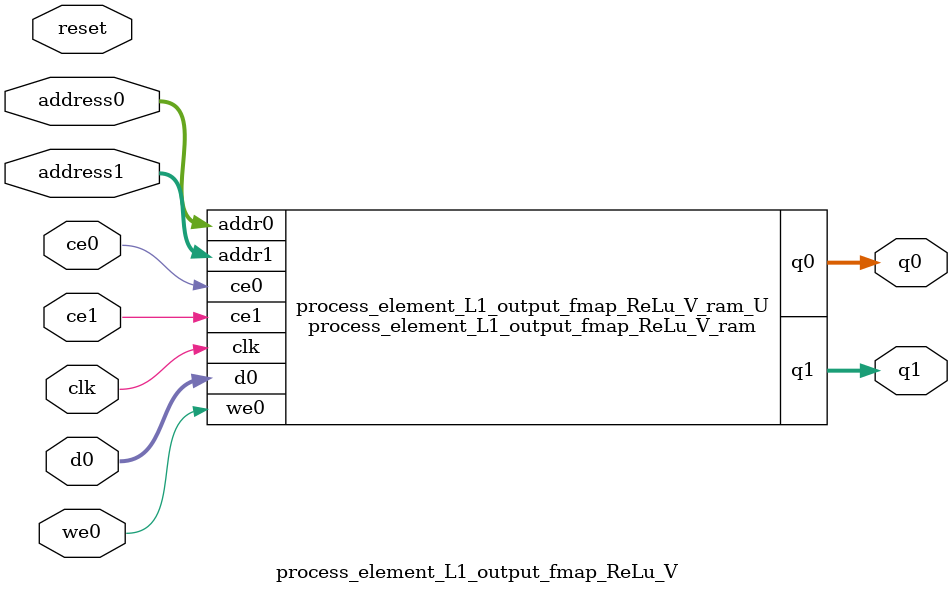
<source format=v>
`timescale 1 ns / 1 ps
module process_element_L1_output_fmap_ReLu_V_ram (addr0, ce0, d0, we0, q0, addr1, ce1, q1,  clk);

parameter DWIDTH = 15;
parameter AWIDTH = 14;
parameter MEM_SIZE = 14400;

input[AWIDTH-1:0] addr0;
input ce0;
input[DWIDTH-1:0] d0;
input we0;
output reg[DWIDTH-1:0] q0;
input[AWIDTH-1:0] addr1;
input ce1;
output reg[DWIDTH-1:0] q1;
input clk;

(* ram_style = "block" *)reg [DWIDTH-1:0] ram[0:MEM_SIZE-1];




always @(posedge clk)  
begin 
    if (ce0) begin
        if (we0) 
            ram[addr0] <= d0; 
        q0 <= ram[addr0];
    end
end


always @(posedge clk)  
begin 
    if (ce1) begin
        q1 <= ram[addr1];
    end
end


endmodule

`timescale 1 ns / 1 ps
module process_element_L1_output_fmap_ReLu_V(
    reset,
    clk,
    address0,
    ce0,
    we0,
    d0,
    q0,
    address1,
    ce1,
    q1);

parameter DataWidth = 32'd15;
parameter AddressRange = 32'd14400;
parameter AddressWidth = 32'd14;
input reset;
input clk;
input[AddressWidth - 1:0] address0;
input ce0;
input we0;
input[DataWidth - 1:0] d0;
output[DataWidth - 1:0] q0;
input[AddressWidth - 1:0] address1;
input ce1;
output[DataWidth - 1:0] q1;



process_element_L1_output_fmap_ReLu_V_ram process_element_L1_output_fmap_ReLu_V_ram_U(
    .clk( clk ),
    .addr0( address0 ),
    .ce0( ce0 ),
    .we0( we0 ),
    .d0( d0 ),
    .q0( q0 ),
    .addr1( address1 ),
    .ce1( ce1 ),
    .q1( q1 ));

endmodule


</source>
